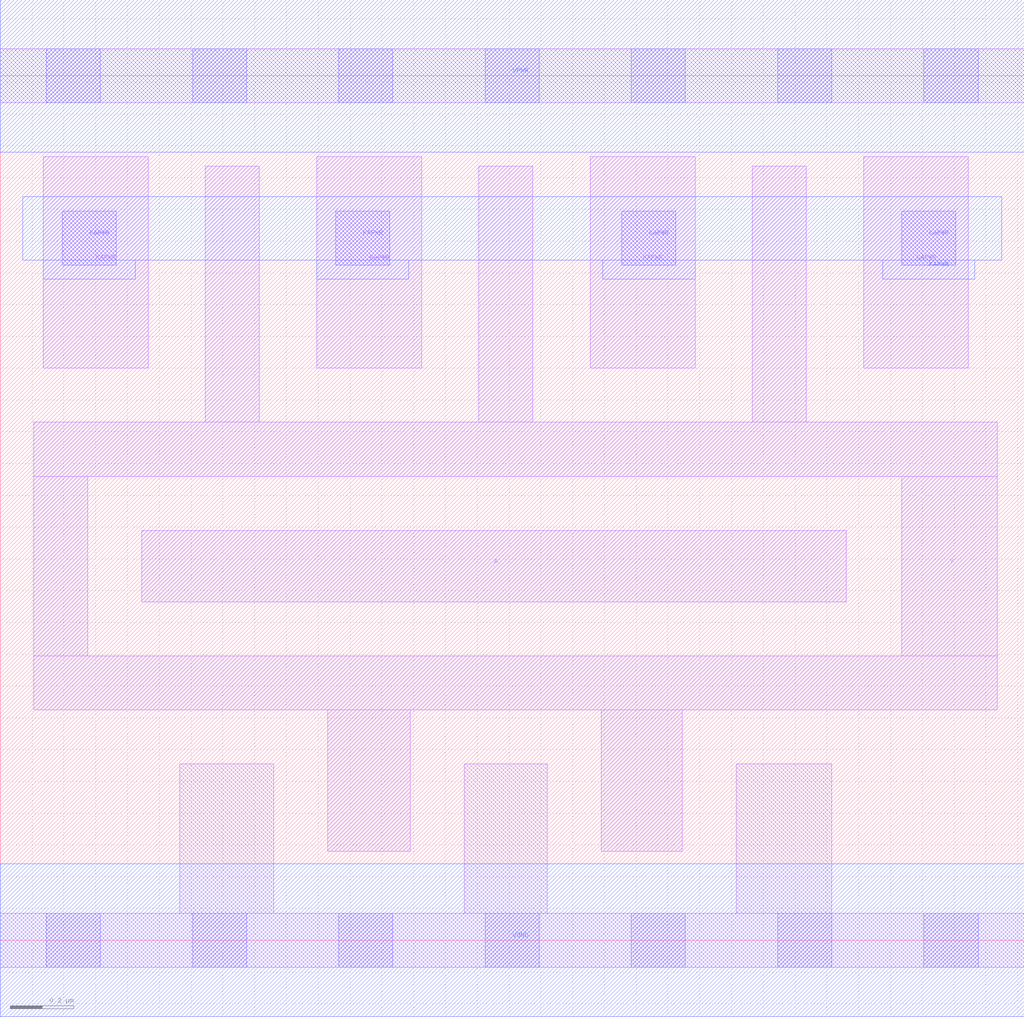
<source format=lef>
# Copyright 2020 The SkyWater PDK Authors
#
# Licensed under the Apache License, Version 2.0 (the "License");
# you may not use this file except in compliance with the License.
# You may obtain a copy of the License at
#
#     https://www.apache.org/licenses/LICENSE-2.0
#
# Unless required by applicable law or agreed to in writing, software
# distributed under the License is distributed on an "AS IS" BASIS,
# WITHOUT WARRANTIES OR CONDITIONS OF ANY KIND, either express or implied.
# See the License for the specific language governing permissions and
# limitations under the License.
#
# SPDX-License-Identifier: Apache-2.0

VERSION 5.7 ;
  NAMESCASESENSITIVE ON ;
  NOWIREEXTENSIONATPIN ON ;
  DIVIDERCHAR "/" ;
  BUSBITCHARS "[]" ;
UNITS
  DATABASE MICRONS 200 ;
END UNITS
MACRO sky130_fd_sc_hd__lpflow_clkinvkapwr_4
  CLASS CORE ;
  FOREIGN sky130_fd_sc_hd__lpflow_clkinvkapwr_4 ;
  ORIGIN  0.000000  0.000000 ;
  SIZE  3.220000 BY  2.720000 ;
  SYMMETRY X Y R90 ;
  SITE unithd ;
  PIN A
    ANTENNAGATEAREA  1.152000 ;
    DIRECTION INPUT ;
    USE SIGNAL ;
    PORT
      LAYER li1 ;
        RECT 0.445000 1.065000 2.660000 1.290000 ;
    END
  END A
  PIN Y
    ANTENNADIFFAREA  1.075200 ;
    DIRECTION OUTPUT ;
    USE SIGNAL ;
    PORT
      LAYER li1 ;
        RECT 0.105000 0.725000 3.135000 0.895000 ;
        RECT 0.105000 0.895000 0.275000 1.460000 ;
        RECT 0.105000 1.460000 3.135000 1.630000 ;
        RECT 0.645000 1.630000 0.815000 2.435000 ;
        RECT 1.030000 0.280000 1.290000 0.725000 ;
        RECT 1.505000 1.630000 1.675000 2.435000 ;
        RECT 1.890000 0.280000 2.145000 0.725000 ;
        RECT 2.365000 1.630000 2.535000 2.435000 ;
        RECT 2.835000 0.895000 3.135000 1.460000 ;
    END
  END Y
  PIN KAPWR
    DIRECTION INOUT ;
    SHAPE ABUTMENT ;
    USE POWER ;
    PORT
      LAYER li1 ;
        RECT 0.135000 1.800000 0.465000 2.465000 ;
      LAYER mcon ;
        RECT 0.195000 2.125000 0.365000 2.295000 ;
    END
    PORT
      LAYER li1 ;
        RECT 0.995000 1.800000 1.325000 2.465000 ;
      LAYER mcon ;
        RECT 1.055000 2.125000 1.225000 2.295000 ;
    END
    PORT
      LAYER li1 ;
        RECT 1.855000 1.800000 2.185000 2.465000 ;
      LAYER mcon ;
        RECT 1.955000 2.125000 2.125000 2.295000 ;
    END
    PORT
      LAYER li1 ;
        RECT 2.715000 1.800000 3.045000 2.465000 ;
      LAYER mcon ;
        RECT 2.835000 2.125000 3.005000 2.295000 ;
    END
    PORT
      LAYER met1 ;
        RECT 0.070000 2.140000 3.150000 2.340000 ;
        RECT 0.135000 2.080000 0.425000 2.140000 ;
        RECT 0.995000 2.080000 1.285000 2.140000 ;
        RECT 1.895000 2.080000 2.185000 2.140000 ;
        RECT 2.775000 2.080000 3.065000 2.140000 ;
    END
  END KAPWR
  PIN VGND
    DIRECTION INOUT ;
    SHAPE ABUTMENT ;
    USE GROUND ;
    PORT
      LAYER met1 ;
        RECT 0.000000 -0.240000 3.220000 0.240000 ;
    END
  END VGND
  PIN VPWR
    DIRECTION INOUT ;
    SHAPE ABUTMENT ;
    USE POWER ;
    PORT
      LAYER met1 ;
        RECT 0.000000 2.480000 3.220000 2.960000 ;
    END
  END VPWR
  OBS
    LAYER li1 ;
      RECT 0.000000 -0.085000 3.220000 0.085000 ;
      RECT 0.000000  2.635000 3.220000 2.805000 ;
      RECT 0.565000  0.085000 0.860000 0.555000 ;
      RECT 1.460000  0.085000 1.720000 0.555000 ;
      RECT 2.315000  0.085000 2.615000 0.555000 ;
    LAYER mcon ;
      RECT 0.145000 -0.085000 0.315000 0.085000 ;
      RECT 0.145000  2.635000 0.315000 2.805000 ;
      RECT 0.605000 -0.085000 0.775000 0.085000 ;
      RECT 0.605000  2.635000 0.775000 2.805000 ;
      RECT 1.065000 -0.085000 1.235000 0.085000 ;
      RECT 1.065000  2.635000 1.235000 2.805000 ;
      RECT 1.525000 -0.085000 1.695000 0.085000 ;
      RECT 1.525000  2.635000 1.695000 2.805000 ;
      RECT 1.985000 -0.085000 2.155000 0.085000 ;
      RECT 1.985000  2.635000 2.155000 2.805000 ;
      RECT 2.445000 -0.085000 2.615000 0.085000 ;
      RECT 2.445000  2.635000 2.615000 2.805000 ;
      RECT 2.905000 -0.085000 3.075000 0.085000 ;
      RECT 2.905000  2.635000 3.075000 2.805000 ;
  END
END sky130_fd_sc_hd__lpflow_clkinvkapwr_4
END LIBRARY

</source>
